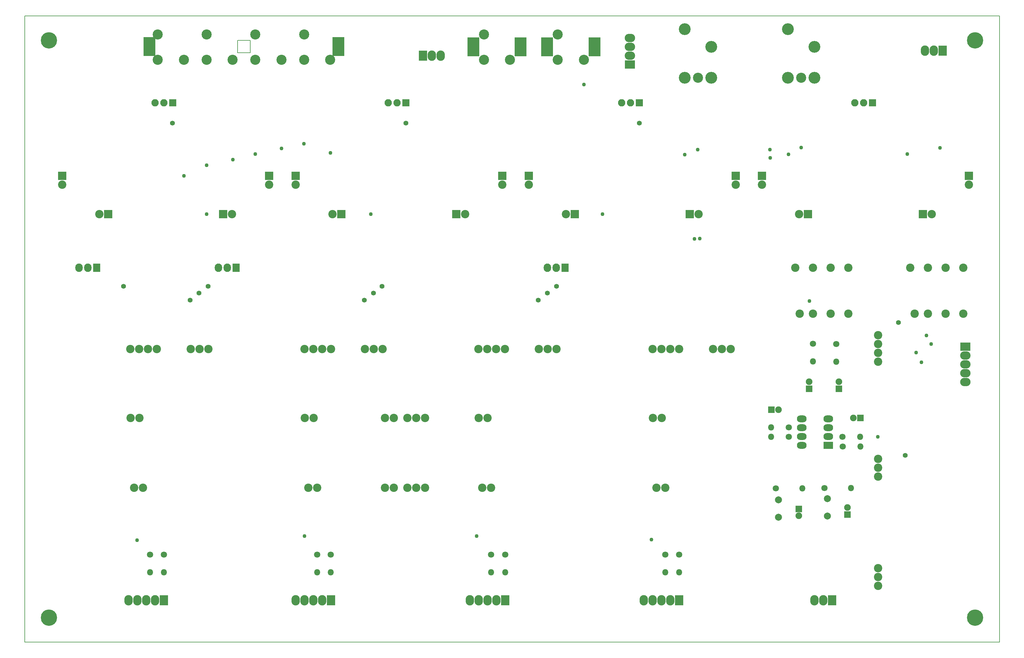
<source format=gbr>
G04 #@! TF.FileFunction,Soldermask,Top*
%FSLAX46Y46*%
G04 Gerber Fmt 4.6, Leading zero omitted, Abs format (unit mm)*
G04 Created by KiCad (PCBNEW 4.0.7) date Wednesday 28 November 2018 'à' 00:54:26*
%MOMM*%
%LPD*%
G01*
G04 APERTURE LIST*
%ADD10C,0.100000*%
%ADD11C,0.150000*%
%ADD12C,4.700000*%
%ADD13C,2.900000*%
%ADD14R,3.400000X5.400000*%
%ADD15C,2.400000*%
%ADD16R,2.127200X2.432000*%
%ADD17O,2.127200X2.432000*%
%ADD18R,2.800000X2.000000*%
%ADD19O,2.800000X2.000000*%
%ADD20R,2.400000X3.000000*%
%ADD21O,2.400000X3.000000*%
%ADD22C,1.800000*%
%ADD23O,1.800000X1.800000*%
%ADD24R,1.900000X1.900000*%
%ADD25C,1.900000*%
%ADD26C,2.000000*%
%ADD27R,2.100000X2.100000*%
%ADD28O,2.100000X2.100000*%
%ADD29R,2.400000X2.400000*%
%ADD30R,3.000000X2.400000*%
%ADD31O,3.000000X2.400000*%
%ADD32C,3.400000*%
%ADD33C,1.400000*%
%ADD34C,1.100000*%
G04 APERTURE END LIST*
D10*
D11*
X111180000Y-60605000D02*
X111180000Y-57030000D01*
X114780000Y-60605000D02*
X111180000Y-60605000D01*
X114780000Y-57030000D02*
X114780000Y-60605000D01*
X111180000Y-57030000D02*
X114780000Y-57030000D01*
X50000000Y-230000000D02*
X50000000Y-50000000D01*
X330000000Y-230000000D02*
X50000000Y-230000000D01*
X330000000Y-50000000D02*
X330000000Y-230000000D01*
X50000000Y-50000000D02*
X330000000Y-50000000D01*
D12*
X57000000Y-57000000D03*
X57000000Y-222975000D03*
X323000000Y-222975000D03*
D13*
X137755000Y-62580000D03*
X130255000Y-62580000D03*
X130255000Y-55330000D03*
X116255000Y-55330000D03*
X102255000Y-55330000D03*
X88255000Y-55330000D03*
X123755000Y-62580000D03*
X109755000Y-62580000D03*
X95755000Y-62580000D03*
X116255000Y-62580000D03*
X102255000Y-62580000D03*
X88255000Y-62580000D03*
D14*
X140155000Y-58830000D03*
X85855000Y-58830000D03*
D15*
X304380000Y-122396000D03*
X305650000Y-135604000D03*
X309460000Y-135604000D03*
X309460000Y-122396000D03*
X314540000Y-135604000D03*
X314540000Y-122396000D03*
X319620000Y-135604000D03*
X319620000Y-122396000D03*
X271380000Y-122396000D03*
X272650000Y-135604000D03*
X276460000Y-135604000D03*
X276460000Y-122396000D03*
X281540000Y-135604000D03*
X281540000Y-122396000D03*
X286620000Y-135604000D03*
X286620000Y-122396000D03*
X80460000Y-165550000D03*
X83000000Y-165550000D03*
X130460000Y-165550000D03*
X180460000Y-165550000D03*
X230460000Y-165550000D03*
X133000000Y-165550000D03*
X183000000Y-165550000D03*
X233000000Y-165550000D03*
X153460000Y-165550000D03*
X156000000Y-165550000D03*
X159920000Y-165550000D03*
X162460000Y-165550000D03*
X165000000Y-165550000D03*
X81459946Y-185600000D03*
X83999946Y-185600000D03*
X131459946Y-185600000D03*
X181459946Y-185600000D03*
X231459946Y-185600000D03*
X153459946Y-185600000D03*
X183999946Y-185600000D03*
X233999946Y-185600000D03*
X133999946Y-185600000D03*
X155999946Y-185600000D03*
X159919946Y-185600000D03*
X162459946Y-185600000D03*
X164999946Y-185600000D03*
X80341000Y-145760000D03*
X82881000Y-145760000D03*
X85421000Y-145760000D03*
X87961000Y-145760000D03*
X137961000Y-145760000D03*
X187961000Y-145760000D03*
X237961000Y-145760000D03*
X135421000Y-145760000D03*
X185421000Y-145760000D03*
X235421000Y-145760000D03*
X132881000Y-145760000D03*
X182881000Y-145760000D03*
X232881000Y-145760000D03*
X130341000Y-145760000D03*
X180341000Y-145760000D03*
X230341000Y-145760000D03*
X97720000Y-145760000D03*
X100260000Y-145760000D03*
X102800000Y-145760000D03*
X152800000Y-145760000D03*
X202800000Y-145760000D03*
X252800000Y-145760000D03*
X150260000Y-145760000D03*
X200260000Y-145760000D03*
X250260000Y-145760000D03*
X147720000Y-145760000D03*
X197720000Y-145760000D03*
X247720000Y-145760000D03*
D16*
X70650000Y-122380000D03*
D17*
X68110000Y-122380000D03*
X65570000Y-122380000D03*
X202690000Y-122380000D03*
X200150000Y-122380000D03*
D16*
X205230000Y-122380000D03*
D17*
X105680000Y-122380000D03*
X108220000Y-122380000D03*
D16*
X110760000Y-122380000D03*
D15*
X295165000Y-141810007D03*
X295165000Y-144350007D03*
X295165000Y-146890007D03*
X295165000Y-149430007D03*
X295165000Y-177350007D03*
X295165000Y-179890007D03*
X295165000Y-182430007D03*
X295165000Y-208775007D03*
X295165000Y-211315007D03*
X295165000Y-213855007D03*
D13*
X203105000Y-62605000D03*
X210605000Y-62605000D03*
X203105000Y-55355000D03*
D14*
X200055000Y-58855000D03*
X213655000Y-58855000D03*
D13*
X181905000Y-62605000D03*
X189405000Y-62605000D03*
X181905000Y-55355000D03*
D14*
X178855000Y-58855000D03*
X192455000Y-58855000D03*
D18*
X280875000Y-173480000D03*
D19*
X273255000Y-165860000D03*
X280875000Y-170940000D03*
X273255000Y-168400000D03*
X280875000Y-168400000D03*
X273255000Y-170940000D03*
X280875000Y-165860000D03*
X273255000Y-173480000D03*
D20*
X90000000Y-218000000D03*
D21*
X87460000Y-218000000D03*
X84920000Y-218000000D03*
X82380000Y-218000000D03*
X79840000Y-218000000D03*
D20*
X138000000Y-218000000D03*
D21*
X135460000Y-218000000D03*
X132920000Y-218000000D03*
X130380000Y-218000000D03*
X127840000Y-218000000D03*
D20*
X188000000Y-218000000D03*
D21*
X185460000Y-218000000D03*
X182920000Y-218000000D03*
X180380000Y-218000000D03*
X177840000Y-218000000D03*
D20*
X238000000Y-218000000D03*
D21*
X235460000Y-218000000D03*
X232920000Y-218000000D03*
X230380000Y-218000000D03*
X227840000Y-218000000D03*
D22*
X284895000Y-170975000D03*
D23*
X289975000Y-170975000D03*
D22*
X269500000Y-168325000D03*
D23*
X264420000Y-168325000D03*
D22*
X284945000Y-173750000D03*
D23*
X290025000Y-173750000D03*
D22*
X269500000Y-170975000D03*
D23*
X264420000Y-170975000D03*
D24*
X290025000Y-165550000D03*
D25*
X288025000Y-165550000D03*
D24*
X264500000Y-163225000D03*
D25*
X266500000Y-163225000D03*
D24*
X275300000Y-157200000D03*
D25*
X275300000Y-155200000D03*
D24*
X283900000Y-157200000D03*
D25*
X283900000Y-155200000D03*
D22*
X276425000Y-144200000D03*
D23*
X276425000Y-149280000D03*
D22*
X283100000Y-144350000D03*
D23*
X283100000Y-149430000D03*
D26*
X266500000Y-194150000D03*
X266500000Y-189150000D03*
X280600000Y-193775000D03*
X280600000Y-188775000D03*
D24*
X272350000Y-191725000D03*
D25*
X272350000Y-193725000D03*
D24*
X286300000Y-193325000D03*
D25*
X286300000Y-191325000D03*
D22*
X265730000Y-185775000D03*
D23*
X273350000Y-185775000D03*
D22*
X279750000Y-185700000D03*
D23*
X287370000Y-185700000D03*
D27*
X92540000Y-75000000D03*
D28*
X90000000Y-75000000D03*
X87460000Y-75000000D03*
D29*
X60810000Y-96000000D03*
D15*
X60810000Y-98540000D03*
X120210000Y-98540000D03*
D29*
X120210000Y-96000000D03*
X74000000Y-107000000D03*
D15*
X71460000Y-107000000D03*
D29*
X107000000Y-107000000D03*
D15*
X109540000Y-107000000D03*
D27*
X159540000Y-75000000D03*
D28*
X157000000Y-75000000D03*
X154460000Y-75000000D03*
D29*
X127810000Y-96000000D03*
D15*
X127810000Y-98540000D03*
X187210000Y-98540000D03*
D29*
X187210000Y-96000000D03*
X141000000Y-107000000D03*
D15*
X138460000Y-107000000D03*
D29*
X174000000Y-107000000D03*
D15*
X176540000Y-107000000D03*
D27*
X226540000Y-75000000D03*
D28*
X224000000Y-75000000D03*
X221460000Y-75000000D03*
D29*
X194810000Y-96000000D03*
D15*
X194810000Y-98540000D03*
X254210000Y-98540000D03*
D29*
X254210000Y-96000000D03*
X208000000Y-107000000D03*
D15*
X205460000Y-107000000D03*
D29*
X241000000Y-107000000D03*
D15*
X243540000Y-107000000D03*
D27*
X293540000Y-75000000D03*
D28*
X291000000Y-75000000D03*
X288460000Y-75000000D03*
D29*
X261810000Y-96000000D03*
D15*
X261810000Y-98540000D03*
X321210000Y-98540000D03*
D29*
X321210000Y-96000000D03*
X275000000Y-107000000D03*
D15*
X272460000Y-107000000D03*
D29*
X308000000Y-107000000D03*
D15*
X310540000Y-107000000D03*
D22*
X86000000Y-204900000D03*
D23*
X86000000Y-209980000D03*
D22*
X90000000Y-204900000D03*
D23*
X90000000Y-209980000D03*
D22*
X134000000Y-204900000D03*
D23*
X134000000Y-209980000D03*
D22*
X137875000Y-204900000D03*
D23*
X137875000Y-209980000D03*
D22*
X184000000Y-204900000D03*
D23*
X184000000Y-209980000D03*
D22*
X188000000Y-204900000D03*
D23*
X188000000Y-209980000D03*
D22*
X234000000Y-204900000D03*
D23*
X234000000Y-209980000D03*
D22*
X238000000Y-204900000D03*
D23*
X238000000Y-209980000D03*
D20*
X313665000Y-60000000D03*
D21*
X311125000Y-60000000D03*
X308585000Y-60000000D03*
D30*
X320175000Y-145120000D03*
D31*
X320175000Y-147660000D03*
X320175000Y-150200000D03*
X320175000Y-152740000D03*
X320175000Y-155280000D03*
D30*
X223850000Y-64005000D03*
D31*
X223850000Y-61465000D03*
X223850000Y-58925000D03*
X223850000Y-56385000D03*
D13*
X273040000Y-67780000D03*
D32*
X276850000Y-67780000D03*
X269230000Y-67780000D03*
X276850000Y-58890000D03*
X269230000Y-53810000D03*
D13*
X243415000Y-67780000D03*
D32*
X247225000Y-67780000D03*
X239605000Y-67780000D03*
X247225000Y-58890000D03*
X239605000Y-53810000D03*
D20*
X281900000Y-218000000D03*
D21*
X279360000Y-218000000D03*
X276820000Y-218000000D03*
D20*
X164385000Y-61450000D03*
D21*
X166925000Y-61450000D03*
X169465000Y-61450000D03*
D12*
X323000000Y-57000000D03*
D33*
X302905020Y-176305000D03*
X102675000Y-127705000D03*
X152625000Y-127705000D03*
X78405000Y-127705000D03*
X202730000Y-127755000D03*
X226550000Y-80855000D03*
X159525000Y-80855000D03*
X92455000Y-80855000D03*
X300975000Y-138104001D03*
X100075000Y-129705000D03*
X200125000Y-129705000D03*
X150200000Y-129705000D03*
X97555000Y-131705000D03*
X147555000Y-131705000D03*
X197530000Y-131705000D03*
D34*
X306105000Y-146805000D03*
X307595703Y-149580000D03*
X102291439Y-107000000D03*
X82315050Y-200715050D03*
X130380000Y-199530000D03*
X149425000Y-107000000D03*
X179840050Y-199565050D03*
X215965845Y-107000000D03*
X230031253Y-200506253D03*
X242380000Y-114080000D03*
X243930000Y-113980000D03*
X95750000Y-96000000D03*
X102250000Y-92915001D03*
X123800000Y-88114970D03*
X137805000Y-89374980D03*
X109775000Y-91314990D03*
X116225000Y-89714980D03*
X130250000Y-86714960D03*
X310395713Y-144330000D03*
X309005000Y-141855000D03*
X210605000Y-69749000D03*
X275455000Y-131980000D03*
X264110000Y-88475000D03*
X243330000Y-88480000D03*
X312890001Y-87900000D03*
X273005000Y-87880000D03*
X295055000Y-171005000D03*
X264161425Y-90853829D03*
X239630000Y-89900000D03*
X269445305Y-89777121D03*
X303545419Y-89740959D03*
M02*

</source>
